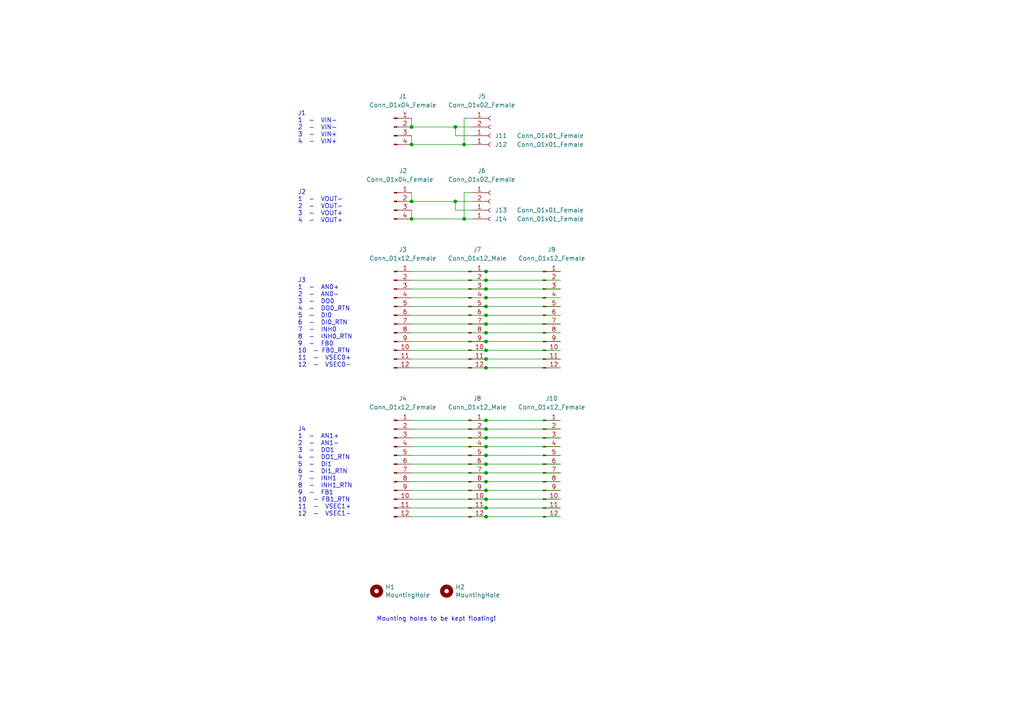
<source format=kicad_sch>
(kicad_sch (version 20211123) (generator eeschema)
  (paper "A4")
  (title_block (title "Evaluation Module Measurement Adapter") (date "2021-10-13") (rev "1.0") (company "DLR e.V."))
  (lib_symbols
    (symbol "Connector:Conn_01x01_Female" (pin_names (offset 1.016) hide)
      (property "Reference" "J" (at 0 2.54 0))
      (property "Value" "Conn_01x01_Female" (at 0 -2.54 0))
      (symbol "Conn_01x01_Female_1_1"
        (polyline (pts (xy -1.27 0) (xy -0.508 0)) (stroke (width 0.1524)))
        (arc (start 0 0.508) (mid -0.508 0) (end 0 -0.508) (stroke (width 0.1524)))
        (pin passive line (at -5.08 0 0) (length 3.81) (name "Pin_1") (number "1"))
      )
    )
    (symbol "Connector:Conn_01x02_Female" (pin_names (offset 1.016) hide)
      (property "Reference" "J" (at 0 2.54 0))
      (property "Value" "Conn_01x02_Female" (at 0 -5.08 0))
      (symbol "Conn_01x02_Female_1_1"
        (arc (start 0 -2.032) (mid -0.508 -2.54) (end 0 -3.048) (stroke (width 0.1524)))
        (polyline (pts (xy -1.27 -2.54) (xy -0.508 -2.54)) (stroke (width 0.1524)))
        (polyline (pts (xy -1.27 0) (xy -0.508 0)) (stroke (width 0.1524)))
        (arc (start 0 0.508) (mid -0.508 0) (end 0 -0.508) (stroke (width 0.1524)))
        (pin passive line (at -5.08 0 0) (length 3.81) (name "Pin_1") (number "1"))
        (pin passive line (at -5.08 -2.54 0) (length 3.81) (name "Pin_2") (number "2"))
      )
    )
    (symbol "Connector:Conn_01x04_Male" (pin_names (offset 1.016) hide)
      (property "Reference" "J" (at 0 5.08 0))
      (property "Value" "Conn_01x04_Male" (at 0 -7.62 0))
      (symbol "Conn_01x04_Male_1_1"
        (polyline (pts (xy 1.27 -5.08) (xy 0.8636 -5.08)) (stroke (width 0.1524)))
        (polyline (pts (xy 1.27 -2.54) (xy 0.8636 -2.54)) (stroke (width 0.1524)))
        (polyline (pts (xy 1.27 0) (xy 0.8636 0)) (stroke (width 0.1524)))
        (polyline (pts (xy 1.27 2.54) (xy 0.8636 2.54)) (stroke (width 0.1524)))
        (rectangle (start 0.8636 -4.953) (end 0 -5.207) (stroke (width 0.1524)) (fill (type outline)))
        (rectangle (start 0.8636 -2.413) (end 0 -2.667) (stroke (width 0.1524)) (fill (type outline)))
        (rectangle (start 0.8636 0.127) (end 0 -0.127) (stroke (width 0.1524)) (fill (type outline)))
        (rectangle (start 0.8636 2.667) (end 0 2.413) (stroke (width 0.1524)) (fill (type outline)))
        (pin passive line (at 5.08 2.54 180) (length 3.81) (name "Pin_1") (number "1"))
        (pin passive line (at 5.08 0 180) (length 3.81) (name "Pin_2") (number "2"))
        (pin passive line (at 5.08 -2.54 180) (length 3.81) (name "Pin_3") (number "3"))
        (pin passive line (at 5.08 -5.08 180) (length 3.81) (name "Pin_4") (number "4"))
      )
    )
    (symbol "Connector:Conn_01x12_Male" (pin_names (offset 1.016) hide)
      (property "Reference" "J" (at 0 15.24 0))
      (property "Value" "Conn_01x12_Male" (at 0 -17.78 0))
      (symbol "Conn_01x12_Male_1_1"
        (polyline (pts (xy 1.27 -15.24) (xy 0.8636 -15.24)) (stroke (width 0.1524)))
        (polyline (pts (xy 1.27 -12.7) (xy 0.8636 -12.7)) (stroke (width 0.1524)))
        (polyline (pts (xy 1.27 -10.16) (xy 0.8636 -10.16)) (stroke (width 0.1524)))
        (polyline (pts (xy 1.27 -7.62) (xy 0.8636 -7.62)) (stroke (width 0.1524)))
        (polyline (pts (xy 1.27 -5.08) (xy 0.8636 -5.08)) (stroke (width 0.1524)))
        (polyline (pts (xy 1.27 -2.54) (xy 0.8636 -2.54)) (stroke (width 0.1524)))
        (polyline (pts (xy 1.27 0) (xy 0.8636 0)) (stroke (width 0.1524)))
        (polyline (pts (xy 1.27 2.54) (xy 0.8636 2.54)) (stroke (width 0.1524)))
        (polyline (pts (xy 1.27 5.08) (xy 0.8636 5.08)) (stroke (width 0.1524)))
        (polyline (pts (xy 1.27 7.62) (xy 0.8636 7.62)) (stroke (width 0.1524)))
        (polyline (pts (xy 1.27 10.16) (xy 0.8636 10.16)) (stroke (width 0.1524)))
        (polyline (pts (xy 1.27 12.7) (xy 0.8636 12.7)) (stroke (width 0.1524)))
        (rectangle (start 0.8636 -15.113) (end 0 -15.367) (stroke (width 0.1524)) (fill (type outline)))
        (rectangle (start 0.8636 -12.573) (end 0 -12.827) (stroke (width 0.1524)) (fill (type outline)))
        (rectangle (start 0.8636 -10.033) (end 0 -10.287) (stroke (width 0.1524)) (fill (type outline)))
        (rectangle (start 0.8636 -7.493) (end 0 -7.747) (stroke (width 0.1524)) (fill (type outline)))
        (rectangle (start 0.8636 -4.953) (end 0 -5.207) (stroke (width 0.1524)) (fill (type outline)))
        (rectangle (start 0.8636 -2.413) (end 0 -2.667) (stroke (width 0.1524)) (fill (type outline)))
        (rectangle (start 0.8636 0.127) (end 0 -0.127) (stroke (width 0.1524)) (fill (type outline)))
        (rectangle (start 0.8636 2.667) (end 0 2.413) (stroke (width 0.1524)) (fill (type outline)))
        (rectangle (start 0.8636 5.207) (end 0 4.953) (stroke (width 0.1524)) (fill (type outline)))
        (rectangle (start 0.8636 7.747) (end 0 7.493) (stroke (width 0.1524)) (fill (type outline)))
        (rectangle (start 0.8636 10.287) (end 0 10.033) (stroke (width 0.1524)) (fill (type outline)))
        (rectangle (start 0.8636 12.827) (end 0 12.573) (stroke (width 0.1524)) (fill (type outline)))
        (pin passive line (at 5.08 12.7 180) (length 3.81) (name "Pin_1") (number "1"))
        (pin passive line (at 5.08 -10.16 180) (length 3.81) (name "Pin_10") (number "10"))
        (pin passive line (at 5.08 -12.7 180) (length 3.81) (name "Pin_11") (number "11"))
        (pin passive line (at 5.08 -15.24 180) (length 3.81) (name "Pin_12") (number "12"))
        (pin passive line (at 5.08 10.16 180) (length 3.81) (name "Pin_2") (number "2"))
        (pin passive line (at 5.08 7.62 180) (length 3.81) (name "Pin_3") (number "3"))
        (pin passive line (at 5.08 5.08 180) (length 3.81) (name "Pin_4") (number "4"))
        (pin passive line (at 5.08 2.54 180) (length 3.81) (name "Pin_5") (number "5"))
        (pin passive line (at 5.08 0 180) (length 3.81) (name "Pin_6") (number "6"))
        (pin passive line (at 5.08 -2.54 180) (length 3.81) (name "Pin_7") (number "7"))
        (pin passive line (at 5.08 -5.08 180) (length 3.81) (name "Pin_8") (number "8"))
        (pin passive line (at 5.08 -7.62 180) (length 3.81) (name "Pin_9") (number "9"))
      )
    )
    (symbol "Mechanical:MountingHole" (pin_names (offset 1.016))
      (property "Reference" "H" (at 0 5.08 0))
      (property "Value" "MountingHole" (at 0 3.175 0))
      (symbol "MountingHole_0_1"
        (circle (center 0 0) (radius 1.27) (stroke (width 1.27)))
      )
    )
  )
  (junction (at 140.97 78.74))
  (junction (at 140.97 88.9))
  (junction (at 132.08 36.83))
  (junction (at 140.97 83.82))
  (junction (at 140.97 134.62))
  (junction (at 140.97 99.06))
  (junction (at 140.97 127))
  (junction (at 140.97 129.54))
  (junction (at 140.97 121.92))
  (junction (at 119.38 36.83))
  (junction (at 140.97 144.78))
  (junction (at 132.08 58.42))
  (junction (at 140.97 81.28))
  (junction (at 140.97 106.68))
  (junction (at 140.97 147.32))
  (junction (at 119.38 58.42))
  (junction (at 134.62 63.5))
  (junction (at 140.97 139.7))
  (junction (at 140.97 96.52))
  (junction (at 140.97 137.16))
  (junction (at 140.97 86.36))
  (junction (at 140.97 101.6))
  (junction (at 140.97 149.86))
  (junction (at 140.97 132.08))
  (junction (at 119.38 63.5))
  (junction (at 140.97 142.24))
  (junction (at 140.97 93.98))
  (junction (at 140.97 104.14))
  (junction (at 140.97 91.44))
  (junction (at 119.38 41.91))
  (junction (at 140.97 124.46))
  (junction (at 134.62 41.91))
  (wire (pts (xy 140.97 106.68) (xy 119.38 106.68)))
  (wire (pts (xy 119.38 142.24) (xy 140.97 142.24)))
  (wire (pts (xy 162.56 127) (xy 140.97 127)))
  (wire (pts (xy 162.56 91.44) (xy 140.97 91.44)))
  (wire (pts (xy 162.56 144.78) (xy 140.97 144.78)))
  (wire (pts (xy 140.97 96.52) (xy 119.38 96.52)))
  (wire (pts (xy 140.97 81.28) (xy 119.38 81.28)))
  (wire (pts (xy 140.97 93.98) (xy 162.56 93.98)))
  (wire (pts (xy 140.97 88.9) (xy 162.56 88.9)))
  (wire (pts (xy 140.97 142.24) (xy 162.56 142.24)))
  (wire (pts (xy 162.56 96.52) (xy 140.97 96.52)))
  (wire (pts (xy 119.38 134.62) (xy 140.97 134.62)))
  (wire (pts (xy 140.97 129.54) (xy 162.56 129.54)))
  (wire (pts (xy 140.97 144.78) (xy 119.38 144.78)))
  (wire (pts (xy 119.38 147.32) (xy 140.97 147.32)))
  (wire (pts (xy 134.62 34.29) (xy 134.62 41.91)))
  (wire (pts (xy 140.97 149.86) (xy 119.38 149.86)))
  (wire (pts (xy 140.97 127) (xy 119.38 127)))
  (wire (pts (xy 132.08 60.96) (xy 137.16 60.96)))
  (wire (pts (xy 134.62 55.88) (xy 134.62 63.5)))
  (wire (pts (xy 119.38 137.16) (xy 140.97 137.16)))
  (wire (pts (xy 140.97 104.14) (xy 162.56 104.14)))
  (wire (pts (xy 132.08 60.96) (xy 132.08 58.42)))
  (wire (pts (xy 119.38 88.9) (xy 140.97 88.9)))
  (wire (pts (xy 140.97 137.16) (xy 162.56 137.16)))
  (wire (pts (xy 140.97 91.44) (xy 119.38 91.44)))
  (wire (pts (xy 119.38 104.14) (xy 140.97 104.14)))
  (wire (pts (xy 119.38 41.91) (xy 134.62 41.91)))
  (wire (pts (xy 119.38 58.42) (xy 119.38 55.88)))
  (wire (pts (xy 162.56 81.28) (xy 140.97 81.28)))
  (wire (pts (xy 140.97 78.74) (xy 162.56 78.74)))
  (wire (pts (xy 134.62 41.91) (xy 137.16 41.91)))
  (wire (pts (xy 140.97 83.82) (xy 162.56 83.82)))
  (wire (pts (xy 132.08 36.83) (xy 119.38 36.83)))
  (wire (pts (xy 119.38 129.54) (xy 140.97 129.54)))
  (wire (pts (xy 132.08 36.83) (xy 137.16 36.83)))
  (wire (pts (xy 140.97 139.7) (xy 119.38 139.7)))
  (wire (pts (xy 140.97 86.36) (xy 119.38 86.36)))
  (wire (pts (xy 119.38 99.06) (xy 140.97 99.06)))
  (wire (pts (xy 140.97 124.46) (xy 162.56 124.46)))
  (wire (pts (xy 119.38 39.37) (xy 119.38 41.91)))
  (wire (pts (xy 140.97 101.6) (xy 119.38 101.6)))
  (wire (pts (xy 119.38 124.46) (xy 140.97 124.46)))
  (wire (pts (xy 162.56 106.68) (xy 140.97 106.68)))
  (wire (pts (xy 162.56 86.36) (xy 140.97 86.36)))
  (wire (pts (xy 134.62 34.29) (xy 137.16 34.29)))
  (wire (pts (xy 137.16 55.88) (xy 134.62 55.88)))
  (wire (pts (xy 162.56 139.7) (xy 140.97 139.7)))
  (wire (pts (xy 119.38 34.29) (xy 119.38 36.83)))
  (wire (pts (xy 119.38 78.74) (xy 140.97 78.74)))
  (wire (pts (xy 140.97 132.08) (xy 119.38 132.08)))
  (wire (pts (xy 119.38 121.92) (xy 140.97 121.92)))
  (wire (pts (xy 119.38 83.82) (xy 140.97 83.82)))
  (wire (pts (xy 162.56 101.6) (xy 140.97 101.6)))
  (wire (pts (xy 119.38 60.96) (xy 119.38 63.5)))
  (wire (pts (xy 140.97 147.32) (xy 162.56 147.32)))
  (wire (pts (xy 132.08 39.37) (xy 137.16 39.37)))
  (wire (pts (xy 162.56 149.86) (xy 140.97 149.86)))
  (wire (pts (xy 140.97 134.62) (xy 162.56 134.62)))
  (wire (pts (xy 134.62 63.5) (xy 137.16 63.5)))
  (wire (pts (xy 132.08 36.83) (xy 132.08 39.37)))
  (wire (pts (xy 140.97 99.06) (xy 162.56 99.06)))
  (wire (pts (xy 132.08 58.42) (xy 119.38 58.42)))
  (wire (pts (xy 162.56 132.08) (xy 140.97 132.08)))
  (wire (pts (xy 132.08 58.42) (xy 137.16 58.42)))
  (wire (pts (xy 119.38 63.5) (xy 134.62 63.5)))
  (wire (pts (xy 119.38 93.98) (xy 140.97 93.98)))
  (wire (pts (xy 162.56 121.92) (xy 140.97 121.92)))
  (text "J1\n1  -  VIN-\n2  -  VIN-\n3  -  VIN+\n4  -  VIN+" (at 86.36 41.91 0) (effects (font (size 1.27 1.27)) (justify left bottom)))
  (text "J2\n1  -  VOUT-\n2  -  VOUT-\n3  -  VOUT+\n4  -  VOUT+" (at 86.36 64.77 0) (effects (font (size 1.27 1.27)) (justify left bottom)))
  (text "J4\n1  -  AN1+\n2  -  AN1-\n3  -  DO1\n4  -  DO1_RTN\n5  -  DI1\n6  -  DI1_RTN\n7  -  INH1\n8  -  INH1_RTN\n9  -  FB1\n10  - FB1_RTN\n11  -  VSEC1+\n12  -  VSEC1-" (at 86.36 149.86 0) (effects (font (size 1.27 1.27)) (justify left bottom)))
  (text "J3\n1  -  AN0+\n2  -  AN0-\n3  -  DO0\n4  -  DO0_RTN\n5  -  DI0\n6  -  DI0_RTN\n7  -  INH0\n8  -  INH0_RTN\n9  -  FB0\n10  - FB0_RTN\n11  -  VSEC0+\n12  -  VSEC0-" (at 86.36 106.68 0) (effects (font (size 1.27 1.27)) (justify left bottom)))
  (text "Mounting holes to be kept floating!\n" (at 109.22 180.34 0) (effects (font (size 1.27 1.27)) (justify left bottom)))
  (symbol (lib_id "Mechanical:MountingHole") (at 109.22 171.45 0) (unit 1)
    (property "Reference" "H1" (at 111.76 170.2816 0) (effects (justify left)))
    (property "Value" "MountingHole" (at 111.76 172.593 0) (effects (justify left)))
    (property "Footprint" "MountingHole:MountingHole_3.2mm_M3_Pad_Via" (effects hide))
  )
  (symbol (lib_id "Mechanical:MountingHole") (at 129.54 171.45 0) (unit 1)
    (property "Reference" "H2" (at 132.08 170.2816 0) (effects (justify left)))
    (property "Value" "MountingHole" (at 132.08 172.593 0) (effects (justify left)))
    (property "Footprint" "MountingHole:MountingHole_3.2mm_M3_Pad_Via" (effects hide))
  )
  (symbol (lib_id "Connector:Conn_01x04_Male") (at 114.3 36.83 0) (unit 1)
    (property "Reference" "J1" (at 116.84 27.94 0))
    (property "Value" "Conn_01x04_Female" (at 116.84 30.48 0))
    (property "Footprint" "Connector_PinHeader_2.54mm:PinHeader_1x04_P2.54mm_Vertical" (effects hide))
  )
  (symbol (lib_id "Connector:Conn_01x04_Male") (at 114.3 58.42 0) (unit 1)
    (property "Reference" "J2" (at 118.11 49.53 0) (effects (justify right)))
    (property "Value" "Conn_01x04_Female" (at 125.73 52.07 0) (effects (justify right)))
    (property "Footprint" "Connector_PinHeader_2.54mm:PinHeader_1x04_P2.54mm_Vertical" (effects hide))
  )
  (symbol (lib_id "Connector:Conn_01x12_Male") (at 114.3 91.44 0) (unit 1)
    (property "Reference" "J3" (at 116.84 72.39 0))
    (property "Value" "Conn_01x12_Female" (at 116.84 74.93 0))
    (property "Footprint" "Connector_PinHeader_2.54mm:PinHeader_1x12_P2.54mm_Vertical" (effects hide))
  )
  (symbol (lib_id "Connector:Conn_01x12_Male") (at 114.3 134.62 0) (unit 1)
    (property "Reference" "J4" (at 116.84 115.57 0))
    (property "Value" "Conn_01x12_Female" (at 116.84 118.11 0))
    (property "Footprint" "Connector_PinHeader_2.54mm:PinHeader_1x12_P2.54mm_Vertical" (effects hide))
  )
  (symbol (lib_id "Connector:Conn_01x02_Female") (at 142.24 34.29 0) (unit 1)
    (property "Reference" "J5" (at 139.7 27.94 0))
    (property "Value" "Conn_01x02_Female" (at 139.7 30.48 0))
    (property "Footprint" "TerminalBlock_Phoenix:TerminalBlock_Phoenix_MKDS-1,5-2-5.08_1x02_P5.08mm_Horizontal" (effects hide))
    (property "Datasheet" "https://de.rs-online.com/web/p/leiterplatten-printklemmen/8044991" (effects hide))
  )
  (symbol (lib_id "Connector:Conn_01x12_Male") (at 135.89 91.44 0) (unit 1)
    (property "Reference" "J7" (at 138.43 72.39 0))
    (property "Value" "Conn_01x12_Male" (at 138.43 74.93 0))
    (property "Footprint" "Connector_PinHeader_2.54mm:PinHeader_1x12_P2.54mm_Vertical" (effects hide))
  )
  (symbol (lib_id "Connector:Conn_01x12_Male") (at 135.89 134.62 0) (unit 1)
    (property "Reference" "J8" (at 138.43 115.57 0))
    (property "Value" "Conn_01x12_Male" (at 138.43 118.11 0))
    (property "Footprint" "Connector_PinHeader_2.54mm:PinHeader_1x12_P2.54mm_Vertical" (effects hide))
  )
  (symbol (lib_id "Connector:Conn_01x12_Male") (at 157.48 91.44 0) (unit 1)
    (property "Reference" "J9" (at 160.02 72.39 0))
    (property "Value" "Conn_01x12_Female" (at 160.02 74.93 0))
    (property "Footprint" "TerminalBlock_Phoenix:TerminalBlock_Phoenix_MPT-0,5-12-2.54_1x12_P2.54mm_Horizontal" (effects hide))
    (property "Datasheet" "https://de.rs-online.com/web/p/leiterplatten-printklemmen/2901315" (effects hide))
  )
  (symbol (lib_id "Connector:Conn_01x12_Male") (at 157.48 134.62 0) (unit 1)
    (property "Reference" "J10" (at 160.02 115.57 0))
    (property "Value" "Conn_01x12_Female" (at 160.02 118.11 0))
    (property "Footprint" "TerminalBlock_Phoenix:TerminalBlock_Phoenix_MPT-0,5-12-2.54_1x12_P2.54mm_Horizontal" (effects hide))
    (property "Datasheet" "https://de.rs-online.com/web/p/leiterplatten-printklemmen/2901315" (effects hide))
  )
  (symbol (lib_id "Connector:Conn_01x01_Female") (at 142.24 39.37 0) (unit 1)
    (property "Reference" "J11" (at 143.51 39.37 0) (effects (justify left)))
    (property "Value" "Conn_01x01_Female" (at 149.86 39.37 0) (effects (justify left)))
    (property "Footprint" "Connector:Banana_Jack_2Pin_V2" (effects hide))
    (property "Datasheet" "https://de.rs-online.com/web/p/bananenstecker/1036527/" (effects hide))
  )
  (symbol (lib_id "Connector:Conn_01x01_Female") (at 142.24 41.91 0) (unit 1)
    (property "Reference" "J12" (at 143.51 41.91 0) (effects (justify left)))
    (property "Value" "Conn_01x01_Female" (at 149.86 41.91 0) (effects (justify left)))
    (property "Footprint" "Connector:Banana_Jack_2Pin_V2" (effects hide))
    (property "Datasheet" "https://de.rs-online.com/web/p/bananenstecker/1036511" (effects hide))
  )
  (symbol (lib_id "Connector:Conn_01x01_Female") (at 142.24 60.96 0) (unit 1)
    (property "Reference" "J13" (at 143.51 60.96 0) (effects (justify left)))
    (property "Value" "Conn_01x01_Female" (at 149.86 60.96 0) (effects (justify left)))
    (property "Footprint" "Connector:Banana_Jack_2Pin_V2" (effects hide))
    (property "Datasheet" "https://de.rs-online.com/web/p/bananenstecker/1036527/" (effects hide))
  )
  (symbol (lib_id "Connector:Conn_01x01_Female") (at 142.24 63.5 0) (unit 1)
    (property "Reference" "J14" (at 143.51 63.5 0) (effects (justify left)))
    (property "Value" "Conn_01x01_Female" (at 149.86 63.5 0) (effects (justify left)))
    (property "Footprint" "Connector:Banana_Jack_2Pin_V2" (effects hide))
    (property "Datasheet" "https://de.rs-online.com/web/p/bananenstecker/1036511" (effects hide))
  )
  (symbol (lib_id "Connector:Conn_01x02_Female") (at 142.24 55.88 0) (unit 1)
    (property "Reference" "J6" (at 139.7 49.53 0))
    (property "Value" "Conn_01x02_Female" (at 139.7 52.07 0))
    (property "Footprint" "TerminalBlock_Phoenix:TerminalBlock_Phoenix_MKDS-1,5-2-5.08_1x02_P5.08mm_Horizontal" (effects hide))
    (property "Datasheet" "https://de.rs-online.com/web/p/leiterplatten-printklemmen/8044991" (effects hide))
  )
)
</source>
